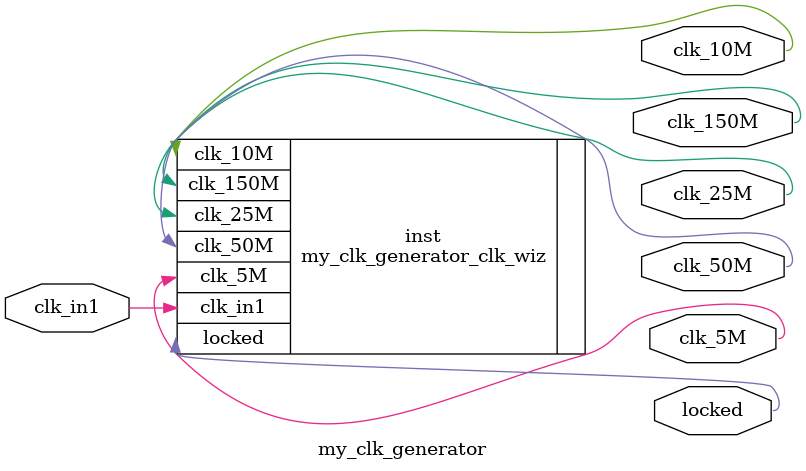
<source format=v>


`timescale 1ps/1ps

(* CORE_GENERATION_INFO = "my_clk_generator,clk_wiz_v5_4_3_0,{component_name=my_clk_generator,use_phase_alignment=true,use_min_o_jitter=false,use_max_i_jitter=false,use_dyn_phase_shift=false,use_inclk_switchover=false,use_dyn_reconfig=false,enable_axi=0,feedback_source=FDBK_AUTO,PRIMITIVE=MMCM,num_out_clk=5,clkin1_period=20.000,clkin2_period=10.0,use_power_down=false,use_reset=false,use_locked=true,use_inclk_stopped=false,feedback_type=SINGLE,CLOCK_MGR_TYPE=NA,manual_override=false}" *)

module my_clk_generator 
 (
  // Clock out ports
  output        clk_150M,
  output        clk_50M,
  output        clk_25M,
  output        clk_10M,
  output        clk_5M,
  // Status and control signals
  output        locked,
 // Clock in ports
  input         clk_in1
 );

  my_clk_generator_clk_wiz inst
  (
  // Clock out ports  
  .clk_150M(clk_150M),
  .clk_50M(clk_50M),
  .clk_25M(clk_25M),
  .clk_10M(clk_10M),
  .clk_5M(clk_5M),
  // Status and control signals               
  .locked(locked),
 // Clock in ports
  .clk_in1(clk_in1)
  );

endmodule

</source>
